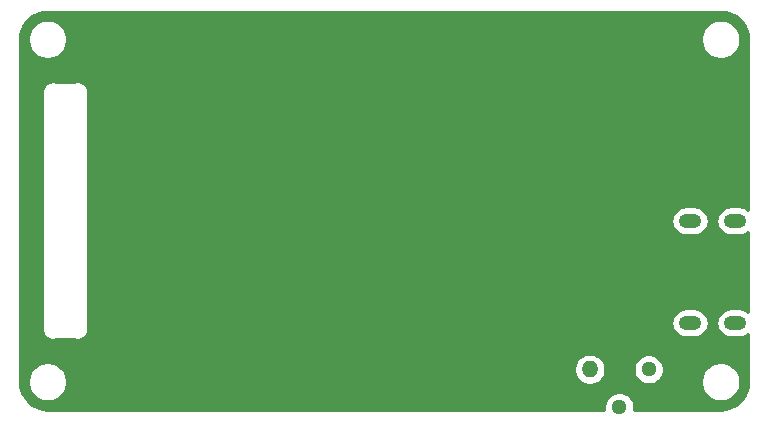
<source format=gbr>
%TF.GenerationSoftware,KiCad,Pcbnew,(5.1.6)-1*%
%TF.CreationDate,2022-07-31T05:26:31+09:00*%
%TF.ProjectId,az-core-bottom,617a2d63-6f72-4652-9d62-6f74746f6d2e,rev?*%
%TF.SameCoordinates,Original*%
%TF.FileFunction,Copper,L2,Bot*%
%TF.FilePolarity,Positive*%
%FSLAX46Y46*%
G04 Gerber Fmt 4.6, Leading zero omitted, Abs format (unit mm)*
G04 Created by KiCad (PCBNEW (5.1.6)-1) date 2022-07-31 05:26:31*
%MOMM*%
%LPD*%
G01*
G04 APERTURE LIST*
%TA.AperFunction,ComponentPad*%
%ADD10O,1.400000X1.400000*%
%TD*%
%TA.AperFunction,ComponentPad*%
%ADD11O,1.300000X1.300000*%
%TD*%
%TA.AperFunction,ComponentPad*%
%ADD12O,1.900000X1.200000*%
%TD*%
%TA.AperFunction,NonConductor*%
%ADD13C,0.254000*%
%TD*%
G04 APERTURE END LIST*
D10*
%TO.P,J4,1*%
%TO.N,VREAD*%
X153900000Y-117950000D03*
D11*
%TO.P,J4,3*%
%TO.N,N/C*%
X158900000Y-117950000D03*
%TO.P,J4,2*%
%TO.N,GND*%
X156400000Y-121150000D03*
%TD*%
D12*
%TO.P,REF\u002A\u002A,*%
%TO.N,*%
X166200000Y-105380000D03*
X166200000Y-114020000D03*
X162400000Y-105380000D03*
X162400000Y-114020000D03*
%TD*%
D13*
G36*
X165455456Y-87699785D02*
G01*
X165893561Y-87832056D01*
X166297633Y-88046905D01*
X166652279Y-88336147D01*
X166943989Y-88688764D01*
X167161652Y-89091325D01*
X167296981Y-89528499D01*
X167348000Y-90013917D01*
X167348000Y-104447603D01*
X167234983Y-104354851D01*
X167021824Y-104240916D01*
X166790534Y-104170755D01*
X166610268Y-104153000D01*
X165789732Y-104153000D01*
X165609466Y-104170755D01*
X165378176Y-104240916D01*
X165165017Y-104354851D01*
X164978183Y-104508183D01*
X164824851Y-104695017D01*
X164710916Y-104908176D01*
X164640755Y-105139466D01*
X164617064Y-105380000D01*
X164640755Y-105620534D01*
X164710916Y-105851824D01*
X164824851Y-106064983D01*
X164978183Y-106251817D01*
X165165017Y-106405149D01*
X165378176Y-106519084D01*
X165609466Y-106589245D01*
X165789732Y-106607000D01*
X166610268Y-106607000D01*
X166790534Y-106589245D01*
X167021824Y-106519084D01*
X167234983Y-106405149D01*
X167348001Y-106312397D01*
X167348001Y-113087603D01*
X167234983Y-112994851D01*
X167021824Y-112880916D01*
X166790534Y-112810755D01*
X166610268Y-112793000D01*
X165789732Y-112793000D01*
X165609466Y-112810755D01*
X165378176Y-112880916D01*
X165165017Y-112994851D01*
X164978183Y-113148183D01*
X164824851Y-113335017D01*
X164710916Y-113548176D01*
X164640755Y-113779466D01*
X164617064Y-114020000D01*
X164640755Y-114260534D01*
X164710916Y-114491824D01*
X164824851Y-114704983D01*
X164978183Y-114891817D01*
X165165017Y-115045149D01*
X165378176Y-115159084D01*
X165609466Y-115229245D01*
X165789732Y-115247000D01*
X166610268Y-115247000D01*
X166790534Y-115229245D01*
X167021824Y-115159084D01*
X167234983Y-115045149D01*
X167348001Y-114952397D01*
X167348001Y-118968104D01*
X167300215Y-119455457D01*
X167167944Y-119893560D01*
X166953095Y-120297633D01*
X166663853Y-120652279D01*
X166311236Y-120943989D01*
X165908675Y-121161652D01*
X165471503Y-121296980D01*
X164986083Y-121348000D01*
X157662633Y-121348000D01*
X157677000Y-121275774D01*
X157677000Y-121024226D01*
X157627926Y-120777513D01*
X157531663Y-120545114D01*
X157391911Y-120335960D01*
X157214040Y-120158089D01*
X157004886Y-120018337D01*
X156772487Y-119922074D01*
X156525774Y-119873000D01*
X156274226Y-119873000D01*
X156027513Y-119922074D01*
X155795114Y-120018337D01*
X155585960Y-120158089D01*
X155408089Y-120335960D01*
X155268337Y-120545114D01*
X155172074Y-120777513D01*
X155123000Y-121024226D01*
X155123000Y-121275774D01*
X155137367Y-121348000D01*
X108031886Y-121348000D01*
X107544543Y-121300215D01*
X107106440Y-121167944D01*
X106702367Y-120953095D01*
X106347721Y-120663853D01*
X106056011Y-120311236D01*
X105838348Y-119908675D01*
X105703020Y-119471503D01*
X105652000Y-118986083D01*
X105652000Y-118836115D01*
X106336051Y-118836115D01*
X106336051Y-119163885D01*
X106399996Y-119485356D01*
X106525428Y-119788175D01*
X106707527Y-120060706D01*
X106939294Y-120292473D01*
X107211825Y-120474572D01*
X107514644Y-120600004D01*
X107836115Y-120663949D01*
X108163885Y-120663949D01*
X108485356Y-120600004D01*
X108788175Y-120474572D01*
X109060706Y-120292473D01*
X109292473Y-120060706D01*
X109474572Y-119788175D01*
X109600004Y-119485356D01*
X109663949Y-119163885D01*
X109663949Y-118836115D01*
X109600004Y-118514644D01*
X109474572Y-118211825D01*
X109292473Y-117939294D01*
X109172481Y-117819302D01*
X152573000Y-117819302D01*
X152573000Y-118080698D01*
X152623996Y-118337072D01*
X152724028Y-118578570D01*
X152869252Y-118795913D01*
X153054087Y-118980748D01*
X153271430Y-119125972D01*
X153512928Y-119226004D01*
X153769302Y-119277000D01*
X154030698Y-119277000D01*
X154287072Y-119226004D01*
X154528570Y-119125972D01*
X154745913Y-118980748D01*
X154930748Y-118795913D01*
X155075972Y-118578570D01*
X155176004Y-118337072D01*
X155227000Y-118080698D01*
X155227000Y-117824226D01*
X157623000Y-117824226D01*
X157623000Y-118075774D01*
X157672074Y-118322487D01*
X157768337Y-118554886D01*
X157908089Y-118764040D01*
X158085960Y-118941911D01*
X158295114Y-119081663D01*
X158527513Y-119177926D01*
X158774226Y-119227000D01*
X159025774Y-119227000D01*
X159272487Y-119177926D01*
X159504886Y-119081663D01*
X159714040Y-118941911D01*
X159819836Y-118836115D01*
X163336051Y-118836115D01*
X163336051Y-119163885D01*
X163399996Y-119485356D01*
X163525428Y-119788175D01*
X163707527Y-120060706D01*
X163939294Y-120292473D01*
X164211825Y-120474572D01*
X164514644Y-120600004D01*
X164836115Y-120663949D01*
X165163885Y-120663949D01*
X165485356Y-120600004D01*
X165788175Y-120474572D01*
X166060706Y-120292473D01*
X166292473Y-120060706D01*
X166474572Y-119788175D01*
X166600004Y-119485356D01*
X166663949Y-119163885D01*
X166663949Y-118836115D01*
X166600004Y-118514644D01*
X166474572Y-118211825D01*
X166292473Y-117939294D01*
X166060706Y-117707527D01*
X165788175Y-117525428D01*
X165485356Y-117399996D01*
X165163885Y-117336051D01*
X164836115Y-117336051D01*
X164514644Y-117399996D01*
X164211825Y-117525428D01*
X163939294Y-117707527D01*
X163707527Y-117939294D01*
X163525428Y-118211825D01*
X163399996Y-118514644D01*
X163336051Y-118836115D01*
X159819836Y-118836115D01*
X159891911Y-118764040D01*
X160031663Y-118554886D01*
X160127926Y-118322487D01*
X160177000Y-118075774D01*
X160177000Y-117824226D01*
X160127926Y-117577513D01*
X160031663Y-117345114D01*
X159891911Y-117135960D01*
X159714040Y-116958089D01*
X159504886Y-116818337D01*
X159272487Y-116722074D01*
X159025774Y-116673000D01*
X158774226Y-116673000D01*
X158527513Y-116722074D01*
X158295114Y-116818337D01*
X158085960Y-116958089D01*
X157908089Y-117135960D01*
X157768337Y-117345114D01*
X157672074Y-117577513D01*
X157623000Y-117824226D01*
X155227000Y-117824226D01*
X155227000Y-117819302D01*
X155176004Y-117562928D01*
X155075972Y-117321430D01*
X154930748Y-117104087D01*
X154745913Y-116919252D01*
X154528570Y-116774028D01*
X154287072Y-116673996D01*
X154030698Y-116623000D01*
X153769302Y-116623000D01*
X153512928Y-116673996D01*
X153271430Y-116774028D01*
X153054087Y-116919252D01*
X152869252Y-117104087D01*
X152724028Y-117321430D01*
X152623996Y-117562928D01*
X152573000Y-117819302D01*
X109172481Y-117819302D01*
X109060706Y-117707527D01*
X108788175Y-117525428D01*
X108485356Y-117399996D01*
X108163885Y-117336051D01*
X107836115Y-117336051D01*
X107514644Y-117399996D01*
X107211825Y-117525428D01*
X106939294Y-117707527D01*
X106707527Y-117939294D01*
X106525428Y-118211825D01*
X106399996Y-118514644D01*
X106336051Y-118836115D01*
X105652000Y-118836115D01*
X105652000Y-94417979D01*
X107548000Y-94417979D01*
X107548001Y-114582022D01*
X107550431Y-114606697D01*
X107552787Y-114637562D01*
X107554345Y-114646429D01*
X107557436Y-114677814D01*
X107562661Y-114695040D01*
X107568994Y-114740495D01*
X107571185Y-114749330D01*
X107583262Y-114796603D01*
X107603413Y-114852176D01*
X107622766Y-114907971D01*
X107626631Y-114916213D01*
X107647659Y-114960241D01*
X107678233Y-115010865D01*
X107708060Y-115061845D01*
X107713453Y-115069179D01*
X107742633Y-115108283D01*
X107782445Y-115151989D01*
X107821601Y-115196200D01*
X107828316Y-115202347D01*
X107828320Y-115202350D01*
X107828323Y-115202354D01*
X107828327Y-115202357D01*
X107864535Y-115235039D01*
X107912084Y-115270185D01*
X107959077Y-115305946D01*
X107966857Y-115310671D01*
X107966866Y-115310677D01*
X108008736Y-115335706D01*
X108062193Y-115360942D01*
X108115271Y-115386909D01*
X108123801Y-115390026D01*
X108123806Y-115390028D01*
X108123810Y-115390029D01*
X108123821Y-115390033D01*
X108169766Y-115406456D01*
X108227104Y-115420826D01*
X108284202Y-115435986D01*
X108293197Y-115437390D01*
X108341456Y-115444576D01*
X108400505Y-115447536D01*
X108459443Y-115451316D01*
X108468539Y-115450946D01*
X108468546Y-115450946D01*
X108517274Y-115448622D01*
X108575784Y-115440055D01*
X108634328Y-115432316D01*
X108643177Y-115430187D01*
X108643180Y-115430187D01*
X108643182Y-115430186D01*
X108690536Y-115418441D01*
X108746260Y-115398675D01*
X108802191Y-115379712D01*
X108810459Y-115375904D01*
X108810461Y-115375903D01*
X108810464Y-115375902D01*
X108810467Y-115375900D01*
X108854632Y-115355184D01*
X108859988Y-115352000D01*
X110139741Y-115352000D01*
X110154277Y-115359599D01*
X110209079Y-115381741D01*
X110263547Y-115404637D01*
X110272262Y-115407269D01*
X110319069Y-115421045D01*
X110377165Y-115432128D01*
X110435003Y-115444000D01*
X110444063Y-115444889D01*
X110492653Y-115449311D01*
X110551783Y-115448898D01*
X110610837Y-115449310D01*
X110619897Y-115448422D01*
X110619899Y-115448422D01*
X110668420Y-115443322D01*
X110726309Y-115431439D01*
X110784353Y-115420367D01*
X110793064Y-115417737D01*
X110793070Y-115417736D01*
X110793076Y-115417734D01*
X110839678Y-115403308D01*
X110894165Y-115380404D01*
X110948956Y-115358266D01*
X110956978Y-115354001D01*
X110956984Y-115353998D01*
X110956994Y-115353992D01*
X110999913Y-115330786D01*
X111048951Y-115297708D01*
X111098333Y-115265395D01*
X111105388Y-115259642D01*
X111142983Y-115228542D01*
X111184643Y-115186592D01*
X111226860Y-115145249D01*
X111232663Y-115138235D01*
X111263499Y-115100424D01*
X111296189Y-115051221D01*
X111329576Y-115002461D01*
X111333907Y-114994453D01*
X111356814Y-114951373D01*
X111379356Y-114896684D01*
X111402618Y-114842409D01*
X111405302Y-114833740D01*
X111405307Y-114833727D01*
X111405310Y-114833713D01*
X111419412Y-114787005D01*
X111430895Y-114729012D01*
X111439933Y-114686491D01*
X111442565Y-114677814D01*
X111443763Y-114665652D01*
X111444128Y-114662180D01*
X111448889Y-114613621D01*
X111448889Y-114613607D01*
X111452000Y-114582022D01*
X111452000Y-114020000D01*
X160817064Y-114020000D01*
X160840755Y-114260534D01*
X160910916Y-114491824D01*
X161024851Y-114704983D01*
X161178183Y-114891817D01*
X161365017Y-115045149D01*
X161578176Y-115159084D01*
X161809466Y-115229245D01*
X161989732Y-115247000D01*
X162810268Y-115247000D01*
X162990534Y-115229245D01*
X163221824Y-115159084D01*
X163434983Y-115045149D01*
X163621817Y-114891817D01*
X163775149Y-114704983D01*
X163889084Y-114491824D01*
X163959245Y-114260534D01*
X163982936Y-114020000D01*
X163959245Y-113779466D01*
X163889084Y-113548176D01*
X163775149Y-113335017D01*
X163621817Y-113148183D01*
X163434983Y-112994851D01*
X163221824Y-112880916D01*
X162990534Y-112810755D01*
X162810268Y-112793000D01*
X161989732Y-112793000D01*
X161809466Y-112810755D01*
X161578176Y-112880916D01*
X161365017Y-112994851D01*
X161178183Y-113148183D01*
X161024851Y-113335017D01*
X160910916Y-113548176D01*
X160840755Y-113779466D01*
X160817064Y-114020000D01*
X111452000Y-114020000D01*
X111452000Y-105380000D01*
X160817064Y-105380000D01*
X160840755Y-105620534D01*
X160910916Y-105851824D01*
X161024851Y-106064983D01*
X161178183Y-106251817D01*
X161365017Y-106405149D01*
X161578176Y-106519084D01*
X161809466Y-106589245D01*
X161989732Y-106607000D01*
X162810268Y-106607000D01*
X162990534Y-106589245D01*
X163221824Y-106519084D01*
X163434983Y-106405149D01*
X163621817Y-106251817D01*
X163775149Y-106064983D01*
X163889084Y-105851824D01*
X163959245Y-105620534D01*
X163982936Y-105380000D01*
X163959245Y-105139466D01*
X163889084Y-104908176D01*
X163775149Y-104695017D01*
X163621817Y-104508183D01*
X163434983Y-104354851D01*
X163221824Y-104240916D01*
X162990534Y-104170755D01*
X162810268Y-104153000D01*
X161989732Y-104153000D01*
X161809466Y-104170755D01*
X161578176Y-104240916D01*
X161365017Y-104354851D01*
X161178183Y-104508183D01*
X161024851Y-104695017D01*
X160910916Y-104908176D01*
X160840755Y-105139466D01*
X160817064Y-105380000D01*
X111452000Y-105380000D01*
X111452000Y-94417978D01*
X111449565Y-94393258D01*
X111447213Y-94362438D01*
X111445658Y-94353584D01*
X111442565Y-94322186D01*
X111437338Y-94304954D01*
X111431006Y-94259505D01*
X111428815Y-94250669D01*
X111416738Y-94203397D01*
X111396587Y-94147824D01*
X111377234Y-94092029D01*
X111373369Y-94083787D01*
X111352341Y-94039759D01*
X111321750Y-93989107D01*
X111291939Y-93938155D01*
X111286547Y-93930821D01*
X111257367Y-93891717D01*
X111217555Y-93848011D01*
X111178399Y-93803800D01*
X111171684Y-93797653D01*
X111171680Y-93797650D01*
X111171677Y-93797646D01*
X111171673Y-93797643D01*
X111135465Y-93764961D01*
X111087911Y-93729811D01*
X111040923Y-93694054D01*
X111033143Y-93689328D01*
X110991264Y-93664294D01*
X110937820Y-93639064D01*
X110884729Y-93613091D01*
X110876179Y-93609967D01*
X110830234Y-93593544D01*
X110772886Y-93579172D01*
X110715797Y-93564014D01*
X110706803Y-93562610D01*
X110658544Y-93555424D01*
X110599496Y-93552464D01*
X110540557Y-93548684D01*
X110531461Y-93549054D01*
X110531452Y-93549054D01*
X110482725Y-93551378D01*
X110424211Y-93559946D01*
X110365672Y-93567684D01*
X110356823Y-93569813D01*
X110356820Y-93569813D01*
X110356818Y-93569814D01*
X110309464Y-93581559D01*
X110253750Y-93601321D01*
X110197809Y-93620288D01*
X110189541Y-93624096D01*
X110145368Y-93644816D01*
X110140012Y-93648000D01*
X108860260Y-93648000D01*
X108845723Y-93640400D01*
X108790874Y-93618239D01*
X108736452Y-93595363D01*
X108727738Y-93592731D01*
X108680931Y-93578955D01*
X108622835Y-93567872D01*
X108564997Y-93556000D01*
X108555937Y-93555111D01*
X108507347Y-93550689D01*
X108448217Y-93551102D01*
X108389163Y-93550690D01*
X108380103Y-93551578D01*
X108380101Y-93551578D01*
X108331579Y-93556678D01*
X108273683Y-93568562D01*
X108215647Y-93579633D01*
X108206936Y-93582263D01*
X108206930Y-93582264D01*
X108206924Y-93582266D01*
X108160322Y-93596692D01*
X108105820Y-93619602D01*
X108051043Y-93641734D01*
X108043022Y-93645999D01*
X108043016Y-93646002D01*
X108043006Y-93646008D01*
X108000087Y-93669215D01*
X107951092Y-93702263D01*
X107901666Y-93734605D01*
X107894612Y-93740358D01*
X107894600Y-93740368D01*
X107894594Y-93740372D01*
X107894591Y-93740375D01*
X107857017Y-93771458D01*
X107815357Y-93813408D01*
X107773140Y-93854751D01*
X107767337Y-93861765D01*
X107736500Y-93899576D01*
X107703778Y-93948828D01*
X107670424Y-93997539D01*
X107666094Y-94005546D01*
X107666087Y-94005558D01*
X107666083Y-94005565D01*
X107666080Y-94005572D01*
X107643186Y-94048627D01*
X107620651Y-94103300D01*
X107597382Y-94157591D01*
X107594690Y-94166287D01*
X107580588Y-94212996D01*
X107569108Y-94270974D01*
X107560066Y-94313512D01*
X107557435Y-94322187D01*
X107556239Y-94334334D01*
X107555872Y-94337820D01*
X107551111Y-94386379D01*
X107551111Y-94386394D01*
X107548000Y-94417979D01*
X105652000Y-94417979D01*
X105652000Y-90031887D01*
X105671195Y-89836115D01*
X106336051Y-89836115D01*
X106336051Y-90163885D01*
X106399996Y-90485356D01*
X106525428Y-90788175D01*
X106707527Y-91060706D01*
X106939294Y-91292473D01*
X107211825Y-91474572D01*
X107514644Y-91600004D01*
X107836115Y-91663949D01*
X108163885Y-91663949D01*
X108485356Y-91600004D01*
X108788175Y-91474572D01*
X109060706Y-91292473D01*
X109292473Y-91060706D01*
X109474572Y-90788175D01*
X109600004Y-90485356D01*
X109663949Y-90163885D01*
X109663949Y-89836115D01*
X163336051Y-89836115D01*
X163336051Y-90163885D01*
X163399996Y-90485356D01*
X163525428Y-90788175D01*
X163707527Y-91060706D01*
X163939294Y-91292473D01*
X164211825Y-91474572D01*
X164514644Y-91600004D01*
X164836115Y-91663949D01*
X165163885Y-91663949D01*
X165485356Y-91600004D01*
X165788175Y-91474572D01*
X166060706Y-91292473D01*
X166292473Y-91060706D01*
X166474572Y-90788175D01*
X166600004Y-90485356D01*
X166663949Y-90163885D01*
X166663949Y-89836115D01*
X166600004Y-89514644D01*
X166474572Y-89211825D01*
X166292473Y-88939294D01*
X166060706Y-88707527D01*
X165788175Y-88525428D01*
X165485356Y-88399996D01*
X165163885Y-88336051D01*
X164836115Y-88336051D01*
X164514644Y-88399996D01*
X164211825Y-88525428D01*
X163939294Y-88707527D01*
X163707527Y-88939294D01*
X163525428Y-89211825D01*
X163399996Y-89514644D01*
X163336051Y-89836115D01*
X109663949Y-89836115D01*
X109600004Y-89514644D01*
X109474572Y-89211825D01*
X109292473Y-88939294D01*
X109060706Y-88707527D01*
X108788175Y-88525428D01*
X108485356Y-88399996D01*
X108163885Y-88336051D01*
X107836115Y-88336051D01*
X107514644Y-88399996D01*
X107211825Y-88525428D01*
X106939294Y-88707527D01*
X106707527Y-88939294D01*
X106525428Y-89211825D01*
X106399996Y-89514644D01*
X106336051Y-89836115D01*
X105671195Y-89836115D01*
X105699785Y-89544544D01*
X105832056Y-89106439D01*
X106046905Y-88702367D01*
X106336147Y-88347721D01*
X106688764Y-88056011D01*
X107091325Y-87838348D01*
X107528499Y-87703019D01*
X108013917Y-87652000D01*
X164968113Y-87652000D01*
X165455456Y-87699785D01*
G37*
X165455456Y-87699785D02*
X165893561Y-87832056D01*
X166297633Y-88046905D01*
X166652279Y-88336147D01*
X166943989Y-88688764D01*
X167161652Y-89091325D01*
X167296981Y-89528499D01*
X167348000Y-90013917D01*
X167348000Y-104447603D01*
X167234983Y-104354851D01*
X167021824Y-104240916D01*
X166790534Y-104170755D01*
X166610268Y-104153000D01*
X165789732Y-104153000D01*
X165609466Y-104170755D01*
X165378176Y-104240916D01*
X165165017Y-104354851D01*
X164978183Y-104508183D01*
X164824851Y-104695017D01*
X164710916Y-104908176D01*
X164640755Y-105139466D01*
X164617064Y-105380000D01*
X164640755Y-105620534D01*
X164710916Y-105851824D01*
X164824851Y-106064983D01*
X164978183Y-106251817D01*
X165165017Y-106405149D01*
X165378176Y-106519084D01*
X165609466Y-106589245D01*
X165789732Y-106607000D01*
X166610268Y-106607000D01*
X166790534Y-106589245D01*
X167021824Y-106519084D01*
X167234983Y-106405149D01*
X167348001Y-106312397D01*
X167348001Y-113087603D01*
X167234983Y-112994851D01*
X167021824Y-112880916D01*
X166790534Y-112810755D01*
X166610268Y-112793000D01*
X165789732Y-112793000D01*
X165609466Y-112810755D01*
X165378176Y-112880916D01*
X165165017Y-112994851D01*
X164978183Y-113148183D01*
X164824851Y-113335017D01*
X164710916Y-113548176D01*
X164640755Y-113779466D01*
X164617064Y-114020000D01*
X164640755Y-114260534D01*
X164710916Y-114491824D01*
X164824851Y-114704983D01*
X164978183Y-114891817D01*
X165165017Y-115045149D01*
X165378176Y-115159084D01*
X165609466Y-115229245D01*
X165789732Y-115247000D01*
X166610268Y-115247000D01*
X166790534Y-115229245D01*
X167021824Y-115159084D01*
X167234983Y-115045149D01*
X167348001Y-114952397D01*
X167348001Y-118968104D01*
X167300215Y-119455457D01*
X167167944Y-119893560D01*
X166953095Y-120297633D01*
X166663853Y-120652279D01*
X166311236Y-120943989D01*
X165908675Y-121161652D01*
X165471503Y-121296980D01*
X164986083Y-121348000D01*
X157662633Y-121348000D01*
X157677000Y-121275774D01*
X157677000Y-121024226D01*
X157627926Y-120777513D01*
X157531663Y-120545114D01*
X157391911Y-120335960D01*
X157214040Y-120158089D01*
X157004886Y-120018337D01*
X156772487Y-119922074D01*
X156525774Y-119873000D01*
X156274226Y-119873000D01*
X156027513Y-119922074D01*
X155795114Y-120018337D01*
X155585960Y-120158089D01*
X155408089Y-120335960D01*
X155268337Y-120545114D01*
X155172074Y-120777513D01*
X155123000Y-121024226D01*
X155123000Y-121275774D01*
X155137367Y-121348000D01*
X108031886Y-121348000D01*
X107544543Y-121300215D01*
X107106440Y-121167944D01*
X106702367Y-120953095D01*
X106347721Y-120663853D01*
X106056011Y-120311236D01*
X105838348Y-119908675D01*
X105703020Y-119471503D01*
X105652000Y-118986083D01*
X105652000Y-118836115D01*
X106336051Y-118836115D01*
X106336051Y-119163885D01*
X106399996Y-119485356D01*
X106525428Y-119788175D01*
X106707527Y-120060706D01*
X106939294Y-120292473D01*
X107211825Y-120474572D01*
X107514644Y-120600004D01*
X107836115Y-120663949D01*
X108163885Y-120663949D01*
X108485356Y-120600004D01*
X108788175Y-120474572D01*
X109060706Y-120292473D01*
X109292473Y-120060706D01*
X109474572Y-119788175D01*
X109600004Y-119485356D01*
X109663949Y-119163885D01*
X109663949Y-118836115D01*
X109600004Y-118514644D01*
X109474572Y-118211825D01*
X109292473Y-117939294D01*
X109172481Y-117819302D01*
X152573000Y-117819302D01*
X152573000Y-118080698D01*
X152623996Y-118337072D01*
X152724028Y-118578570D01*
X152869252Y-118795913D01*
X153054087Y-118980748D01*
X153271430Y-119125972D01*
X153512928Y-119226004D01*
X153769302Y-119277000D01*
X154030698Y-119277000D01*
X154287072Y-119226004D01*
X154528570Y-119125972D01*
X154745913Y-118980748D01*
X154930748Y-118795913D01*
X155075972Y-118578570D01*
X155176004Y-118337072D01*
X155227000Y-118080698D01*
X155227000Y-117824226D01*
X157623000Y-117824226D01*
X157623000Y-118075774D01*
X157672074Y-118322487D01*
X157768337Y-118554886D01*
X157908089Y-118764040D01*
X158085960Y-118941911D01*
X158295114Y-119081663D01*
X158527513Y-119177926D01*
X158774226Y-119227000D01*
X159025774Y-119227000D01*
X159272487Y-119177926D01*
X159504886Y-119081663D01*
X159714040Y-118941911D01*
X159819836Y-118836115D01*
X163336051Y-118836115D01*
X163336051Y-119163885D01*
X163399996Y-119485356D01*
X163525428Y-119788175D01*
X163707527Y-120060706D01*
X163939294Y-120292473D01*
X164211825Y-120474572D01*
X164514644Y-120600004D01*
X164836115Y-120663949D01*
X165163885Y-120663949D01*
X165485356Y-120600004D01*
X165788175Y-120474572D01*
X166060706Y-120292473D01*
X166292473Y-120060706D01*
X166474572Y-119788175D01*
X166600004Y-119485356D01*
X166663949Y-119163885D01*
X166663949Y-118836115D01*
X166600004Y-118514644D01*
X166474572Y-118211825D01*
X166292473Y-117939294D01*
X166060706Y-117707527D01*
X165788175Y-117525428D01*
X165485356Y-117399996D01*
X165163885Y-117336051D01*
X164836115Y-117336051D01*
X164514644Y-117399996D01*
X164211825Y-117525428D01*
X163939294Y-117707527D01*
X163707527Y-117939294D01*
X163525428Y-118211825D01*
X163399996Y-118514644D01*
X163336051Y-118836115D01*
X159819836Y-118836115D01*
X159891911Y-118764040D01*
X160031663Y-118554886D01*
X160127926Y-118322487D01*
X160177000Y-118075774D01*
X160177000Y-117824226D01*
X160127926Y-117577513D01*
X160031663Y-117345114D01*
X159891911Y-117135960D01*
X159714040Y-116958089D01*
X159504886Y-116818337D01*
X159272487Y-116722074D01*
X159025774Y-116673000D01*
X158774226Y-116673000D01*
X158527513Y-116722074D01*
X158295114Y-116818337D01*
X158085960Y-116958089D01*
X157908089Y-117135960D01*
X157768337Y-117345114D01*
X157672074Y-117577513D01*
X157623000Y-117824226D01*
X155227000Y-117824226D01*
X155227000Y-117819302D01*
X155176004Y-117562928D01*
X155075972Y-117321430D01*
X154930748Y-117104087D01*
X154745913Y-116919252D01*
X154528570Y-116774028D01*
X154287072Y-116673996D01*
X154030698Y-116623000D01*
X153769302Y-116623000D01*
X153512928Y-116673996D01*
X153271430Y-116774028D01*
X153054087Y-116919252D01*
X152869252Y-117104087D01*
X152724028Y-117321430D01*
X152623996Y-117562928D01*
X152573000Y-117819302D01*
X109172481Y-117819302D01*
X109060706Y-117707527D01*
X108788175Y-117525428D01*
X108485356Y-117399996D01*
X108163885Y-117336051D01*
X107836115Y-117336051D01*
X107514644Y-117399996D01*
X107211825Y-117525428D01*
X106939294Y-117707527D01*
X106707527Y-117939294D01*
X106525428Y-118211825D01*
X106399996Y-118514644D01*
X106336051Y-118836115D01*
X105652000Y-118836115D01*
X105652000Y-94417979D01*
X107548000Y-94417979D01*
X107548001Y-114582022D01*
X107550431Y-114606697D01*
X107552787Y-114637562D01*
X107554345Y-114646429D01*
X107557436Y-114677814D01*
X107562661Y-114695040D01*
X107568994Y-114740495D01*
X107571185Y-114749330D01*
X107583262Y-114796603D01*
X107603413Y-114852176D01*
X107622766Y-114907971D01*
X107626631Y-114916213D01*
X107647659Y-114960241D01*
X107678233Y-115010865D01*
X107708060Y-115061845D01*
X107713453Y-115069179D01*
X107742633Y-115108283D01*
X107782445Y-115151989D01*
X107821601Y-115196200D01*
X107828316Y-115202347D01*
X107828320Y-115202350D01*
X107828323Y-115202354D01*
X107828327Y-115202357D01*
X107864535Y-115235039D01*
X107912084Y-115270185D01*
X107959077Y-115305946D01*
X107966857Y-115310671D01*
X107966866Y-115310677D01*
X108008736Y-115335706D01*
X108062193Y-115360942D01*
X108115271Y-115386909D01*
X108123801Y-115390026D01*
X108123806Y-115390028D01*
X108123810Y-115390029D01*
X108123821Y-115390033D01*
X108169766Y-115406456D01*
X108227104Y-115420826D01*
X108284202Y-115435986D01*
X108293197Y-115437390D01*
X108341456Y-115444576D01*
X108400505Y-115447536D01*
X108459443Y-115451316D01*
X108468539Y-115450946D01*
X108468546Y-115450946D01*
X108517274Y-115448622D01*
X108575784Y-115440055D01*
X108634328Y-115432316D01*
X108643177Y-115430187D01*
X108643180Y-115430187D01*
X108643182Y-115430186D01*
X108690536Y-115418441D01*
X108746260Y-115398675D01*
X108802191Y-115379712D01*
X108810459Y-115375904D01*
X108810461Y-115375903D01*
X108810464Y-115375902D01*
X108810467Y-115375900D01*
X108854632Y-115355184D01*
X108859988Y-115352000D01*
X110139741Y-115352000D01*
X110154277Y-115359599D01*
X110209079Y-115381741D01*
X110263547Y-115404637D01*
X110272262Y-115407269D01*
X110319069Y-115421045D01*
X110377165Y-115432128D01*
X110435003Y-115444000D01*
X110444063Y-115444889D01*
X110492653Y-115449311D01*
X110551783Y-115448898D01*
X110610837Y-115449310D01*
X110619897Y-115448422D01*
X110619899Y-115448422D01*
X110668420Y-115443322D01*
X110726309Y-115431439D01*
X110784353Y-115420367D01*
X110793064Y-115417737D01*
X110793070Y-115417736D01*
X110793076Y-115417734D01*
X110839678Y-115403308D01*
X110894165Y-115380404D01*
X110948956Y-115358266D01*
X110956978Y-115354001D01*
X110956984Y-115353998D01*
X110956994Y-115353992D01*
X110999913Y-115330786D01*
X111048951Y-115297708D01*
X111098333Y-115265395D01*
X111105388Y-115259642D01*
X111142983Y-115228542D01*
X111184643Y-115186592D01*
X111226860Y-115145249D01*
X111232663Y-115138235D01*
X111263499Y-115100424D01*
X111296189Y-115051221D01*
X111329576Y-115002461D01*
X111333907Y-114994453D01*
X111356814Y-114951373D01*
X111379356Y-114896684D01*
X111402618Y-114842409D01*
X111405302Y-114833740D01*
X111405307Y-114833727D01*
X111405310Y-114833713D01*
X111419412Y-114787005D01*
X111430895Y-114729012D01*
X111439933Y-114686491D01*
X111442565Y-114677814D01*
X111443763Y-114665652D01*
X111444128Y-114662180D01*
X111448889Y-114613621D01*
X111448889Y-114613607D01*
X111452000Y-114582022D01*
X111452000Y-114020000D01*
X160817064Y-114020000D01*
X160840755Y-114260534D01*
X160910916Y-114491824D01*
X161024851Y-114704983D01*
X161178183Y-114891817D01*
X161365017Y-115045149D01*
X161578176Y-115159084D01*
X161809466Y-115229245D01*
X161989732Y-115247000D01*
X162810268Y-115247000D01*
X162990534Y-115229245D01*
X163221824Y-115159084D01*
X163434983Y-115045149D01*
X163621817Y-114891817D01*
X163775149Y-114704983D01*
X163889084Y-114491824D01*
X163959245Y-114260534D01*
X163982936Y-114020000D01*
X163959245Y-113779466D01*
X163889084Y-113548176D01*
X163775149Y-113335017D01*
X163621817Y-113148183D01*
X163434983Y-112994851D01*
X163221824Y-112880916D01*
X162990534Y-112810755D01*
X162810268Y-112793000D01*
X161989732Y-112793000D01*
X161809466Y-112810755D01*
X161578176Y-112880916D01*
X161365017Y-112994851D01*
X161178183Y-113148183D01*
X161024851Y-113335017D01*
X160910916Y-113548176D01*
X160840755Y-113779466D01*
X160817064Y-114020000D01*
X111452000Y-114020000D01*
X111452000Y-105380000D01*
X160817064Y-105380000D01*
X160840755Y-105620534D01*
X160910916Y-105851824D01*
X161024851Y-106064983D01*
X161178183Y-106251817D01*
X161365017Y-106405149D01*
X161578176Y-106519084D01*
X161809466Y-106589245D01*
X161989732Y-106607000D01*
X162810268Y-106607000D01*
X162990534Y-106589245D01*
X163221824Y-106519084D01*
X163434983Y-106405149D01*
X163621817Y-106251817D01*
X163775149Y-106064983D01*
X163889084Y-105851824D01*
X163959245Y-105620534D01*
X163982936Y-105380000D01*
X163959245Y-105139466D01*
X163889084Y-104908176D01*
X163775149Y-104695017D01*
X163621817Y-104508183D01*
X163434983Y-104354851D01*
X163221824Y-104240916D01*
X162990534Y-104170755D01*
X162810268Y-104153000D01*
X161989732Y-104153000D01*
X161809466Y-104170755D01*
X161578176Y-104240916D01*
X161365017Y-104354851D01*
X161178183Y-104508183D01*
X161024851Y-104695017D01*
X160910916Y-104908176D01*
X160840755Y-105139466D01*
X160817064Y-105380000D01*
X111452000Y-105380000D01*
X111452000Y-94417978D01*
X111449565Y-94393258D01*
X111447213Y-94362438D01*
X111445658Y-94353584D01*
X111442565Y-94322186D01*
X111437338Y-94304954D01*
X111431006Y-94259505D01*
X111428815Y-94250669D01*
X111416738Y-94203397D01*
X111396587Y-94147824D01*
X111377234Y-94092029D01*
X111373369Y-94083787D01*
X111352341Y-94039759D01*
X111321750Y-93989107D01*
X111291939Y-93938155D01*
X111286547Y-93930821D01*
X111257367Y-93891717D01*
X111217555Y-93848011D01*
X111178399Y-93803800D01*
X111171684Y-93797653D01*
X111171680Y-93797650D01*
X111171677Y-93797646D01*
X111171673Y-93797643D01*
X111135465Y-93764961D01*
X111087911Y-93729811D01*
X111040923Y-93694054D01*
X111033143Y-93689328D01*
X110991264Y-93664294D01*
X110937820Y-93639064D01*
X110884729Y-93613091D01*
X110876179Y-93609967D01*
X110830234Y-93593544D01*
X110772886Y-93579172D01*
X110715797Y-93564014D01*
X110706803Y-93562610D01*
X110658544Y-93555424D01*
X110599496Y-93552464D01*
X110540557Y-93548684D01*
X110531461Y-93549054D01*
X110531452Y-93549054D01*
X110482725Y-93551378D01*
X110424211Y-93559946D01*
X110365672Y-93567684D01*
X110356823Y-93569813D01*
X110356820Y-93569813D01*
X110356818Y-93569814D01*
X110309464Y-93581559D01*
X110253750Y-93601321D01*
X110197809Y-93620288D01*
X110189541Y-93624096D01*
X110145368Y-93644816D01*
X110140012Y-93648000D01*
X108860260Y-93648000D01*
X108845723Y-93640400D01*
X108790874Y-93618239D01*
X108736452Y-93595363D01*
X108727738Y-93592731D01*
X108680931Y-93578955D01*
X108622835Y-93567872D01*
X108564997Y-93556000D01*
X108555937Y-93555111D01*
X108507347Y-93550689D01*
X108448217Y-93551102D01*
X108389163Y-93550690D01*
X108380103Y-93551578D01*
X108380101Y-93551578D01*
X108331579Y-93556678D01*
X108273683Y-93568562D01*
X108215647Y-93579633D01*
X108206936Y-93582263D01*
X108206930Y-93582264D01*
X108206924Y-93582266D01*
X108160322Y-93596692D01*
X108105820Y-93619602D01*
X108051043Y-93641734D01*
X108043022Y-93645999D01*
X108043016Y-93646002D01*
X108043006Y-93646008D01*
X108000087Y-93669215D01*
X107951092Y-93702263D01*
X107901666Y-93734605D01*
X107894612Y-93740358D01*
X107894600Y-93740368D01*
X107894594Y-93740372D01*
X107894591Y-93740375D01*
X107857017Y-93771458D01*
X107815357Y-93813408D01*
X107773140Y-93854751D01*
X107767337Y-93861765D01*
X107736500Y-93899576D01*
X107703778Y-93948828D01*
X107670424Y-93997539D01*
X107666094Y-94005546D01*
X107666087Y-94005558D01*
X107666083Y-94005565D01*
X107666080Y-94005572D01*
X107643186Y-94048627D01*
X107620651Y-94103300D01*
X107597382Y-94157591D01*
X107594690Y-94166287D01*
X107580588Y-94212996D01*
X107569108Y-94270974D01*
X107560066Y-94313512D01*
X107557435Y-94322187D01*
X107556239Y-94334334D01*
X107555872Y-94337820D01*
X107551111Y-94386379D01*
X107551111Y-94386394D01*
X107548000Y-94417979D01*
X105652000Y-94417979D01*
X105652000Y-90031887D01*
X105671195Y-89836115D01*
X106336051Y-89836115D01*
X106336051Y-90163885D01*
X106399996Y-90485356D01*
X106525428Y-90788175D01*
X106707527Y-91060706D01*
X106939294Y-91292473D01*
X107211825Y-91474572D01*
X107514644Y-91600004D01*
X107836115Y-91663949D01*
X108163885Y-91663949D01*
X108485356Y-91600004D01*
X108788175Y-91474572D01*
X109060706Y-91292473D01*
X109292473Y-91060706D01*
X109474572Y-90788175D01*
X109600004Y-90485356D01*
X109663949Y-90163885D01*
X109663949Y-89836115D01*
X163336051Y-89836115D01*
X163336051Y-90163885D01*
X163399996Y-90485356D01*
X163525428Y-90788175D01*
X163707527Y-91060706D01*
X163939294Y-91292473D01*
X164211825Y-91474572D01*
X164514644Y-91600004D01*
X164836115Y-91663949D01*
X165163885Y-91663949D01*
X165485356Y-91600004D01*
X165788175Y-91474572D01*
X166060706Y-91292473D01*
X166292473Y-91060706D01*
X166474572Y-90788175D01*
X166600004Y-90485356D01*
X166663949Y-90163885D01*
X166663949Y-89836115D01*
X166600004Y-89514644D01*
X166474572Y-89211825D01*
X166292473Y-88939294D01*
X166060706Y-88707527D01*
X165788175Y-88525428D01*
X165485356Y-88399996D01*
X165163885Y-88336051D01*
X164836115Y-88336051D01*
X164514644Y-88399996D01*
X164211825Y-88525428D01*
X163939294Y-88707527D01*
X163707527Y-88939294D01*
X163525428Y-89211825D01*
X163399996Y-89514644D01*
X163336051Y-89836115D01*
X109663949Y-89836115D01*
X109600004Y-89514644D01*
X109474572Y-89211825D01*
X109292473Y-88939294D01*
X109060706Y-88707527D01*
X108788175Y-88525428D01*
X108485356Y-88399996D01*
X108163885Y-88336051D01*
X107836115Y-88336051D01*
X107514644Y-88399996D01*
X107211825Y-88525428D01*
X106939294Y-88707527D01*
X106707527Y-88939294D01*
X106525428Y-89211825D01*
X106399996Y-89514644D01*
X106336051Y-89836115D01*
X105671195Y-89836115D01*
X105699785Y-89544544D01*
X105832056Y-89106439D01*
X106046905Y-88702367D01*
X106336147Y-88347721D01*
X106688764Y-88056011D01*
X107091325Y-87838348D01*
X107528499Y-87703019D01*
X108013917Y-87652000D01*
X164968113Y-87652000D01*
X165455456Y-87699785D01*
M02*

</source>
